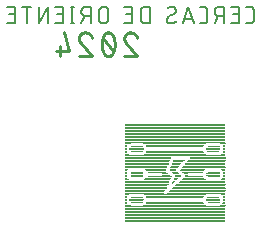
<source format=gbr>
G04 EAGLE Gerber RS-274X export*
G75*
%MOMM*%
%FSLAX34Y34*%
%LPD*%
%INSilkscreen Bottom*%
%IPPOS*%
%AMOC8*
5,1,8,0,0,1.08239X$1,22.5*%
G01*
%ADD10C,0.203200*%
%ADD11C,0.279400*%
%ADD12R,8.468362X0.084838*%
%ADD13R,8.468362X0.084581*%
%ADD14R,0.424181X0.084581*%
%ADD15R,5.334000X0.084581*%
%ADD16R,0.254000X0.084838*%
%ADD17R,5.080000X0.084838*%
%ADD18R,0.170181X0.084581*%
%ADD19R,4.912363X0.084581*%
%ADD20R,0.254000X0.084581*%
%ADD21R,0.932181X0.084581*%
%ADD22R,4.826000X0.084581*%
%ADD23R,0.086363X0.084838*%
%ADD24R,1.099819X0.084838*%
%ADD25R,0.170181X0.084838*%
%ADD26R,0.086363X0.084581*%
%ADD27R,1.183638X0.084581*%
%ADD28R,1.186181X0.084581*%
%ADD29R,1.270000X0.084581*%
%ADD30R,1.186181X0.084838*%
%ADD31R,1.099819X0.084581*%
%ADD32R,1.016000X0.084581*%
%ADD33R,4.996181X0.084838*%
%ADD34R,0.340363X0.084581*%
%ADD35R,5.247638X0.084581*%
%ADD36R,3.302000X0.084581*%
%ADD37R,3.302000X0.084838*%
%ADD38R,4.826000X0.084838*%
%ADD39R,4.742181X0.084581*%
%ADD40R,3.388362X0.084581*%
%ADD41R,4.658362X0.084581*%
%ADD42R,3.388362X0.084838*%
%ADD43R,4.572000X0.084838*%
%ADD44R,3.472181X0.084581*%
%ADD45R,4.488181X0.084581*%
%ADD46R,4.404363X0.084581*%
%ADD47R,3.556000X0.084838*%
%ADD48R,4.318000X0.084838*%
%ADD49R,3.556000X0.084581*%
%ADD50R,4.234181X0.084581*%
%ADD51R,3.642363X0.084581*%
%ADD52R,4.150362X0.084581*%
%ADD53R,3.642363X0.084838*%
%ADD54R,0.083819X0.084838*%
%ADD55R,4.064000X0.084838*%
%ADD56R,3.726181X0.084581*%
%ADD57R,3.896363X0.084581*%
%ADD58R,3.810000X0.084581*%
%ADD59R,0.424181X0.084838*%
%ADD60R,2.369819X0.084838*%
%ADD61R,2.202181X0.084838*%
%ADD62R,0.508000X0.084838*%
%ADD63R,2.199638X0.084581*%
%ADD64R,1.948181X0.084581*%
%ADD65R,2.202181X0.084581*%
%ADD66R,0.337819X0.084581*%
%ADD67R,1.778000X0.084581*%
%ADD68R,2.118362X0.084838*%
%ADD69R,0.337819X0.084838*%
%ADD70R,1.694181X0.084838*%
%ADD71R,2.115819X0.084581*%
%ADD72R,1.524000X0.084581*%
%ADD73R,0.675638X0.084581*%
%ADD74R,1.270000X0.084838*%
%ADD75R,0.591819X0.084838*%
%ADD76R,0.508000X0.084581*%
%ADD77R,0.421637X0.084581*%
%ADD78R,1.607819X0.084581*%
%ADD79R,0.848363X0.084838*%
%ADD80R,1.610363X0.084838*%
%ADD81R,2.032000X0.084838*%
%ADD82R,0.845819X0.084838*%
%ADD83R,1.610363X0.084581*%
%ADD84R,0.591819X0.084581*%
%ADD85R,2.032000X0.084581*%
%ADD86R,1.948181X0.084838*%
%ADD87R,0.594363X0.084838*%
%ADD88R,0.678181X0.084581*%
%ADD89R,0.675638X0.084838*%
%ADD90R,3.472181X0.084838*%
%ADD91R,0.762000X0.084581*%
%ADD92R,3.726181X0.084838*%
%ADD93R,0.848363X0.084581*%
%ADD94R,3.218181X0.084581*%
%ADD95R,3.134362X0.084581*%
%ADD96R,3.810000X0.084838*%
%ADD97R,3.048000X0.084838*%
%ADD98R,2.964181X0.084581*%
%ADD99R,3.980181X0.084838*%
%ADD100R,2.964181X0.084838*%


D10*
X610881Y915747D02*
X614042Y915747D01*
X614152Y915749D01*
X614263Y915755D01*
X614372Y915764D01*
X614482Y915778D01*
X614591Y915795D01*
X614699Y915816D01*
X614807Y915841D01*
X614913Y915869D01*
X615019Y915902D01*
X615123Y915938D01*
X615226Y915977D01*
X615328Y916020D01*
X615428Y916067D01*
X615526Y916117D01*
X615623Y916170D01*
X615717Y916227D01*
X615810Y916287D01*
X615900Y916351D01*
X615988Y916417D01*
X616074Y916487D01*
X616157Y916559D01*
X616238Y916634D01*
X616316Y916712D01*
X616391Y916793D01*
X616463Y916876D01*
X616533Y916962D01*
X616599Y917050D01*
X616663Y917140D01*
X616723Y917233D01*
X616780Y917328D01*
X616833Y917424D01*
X616883Y917522D01*
X616930Y917622D01*
X616973Y917724D01*
X617012Y917827D01*
X617048Y917931D01*
X617081Y918037D01*
X617109Y918143D01*
X617134Y918251D01*
X617155Y918359D01*
X617172Y918468D01*
X617186Y918578D01*
X617195Y918687D01*
X617201Y918798D01*
X617203Y918908D01*
X617203Y926810D01*
X617201Y926920D01*
X617195Y927031D01*
X617186Y927140D01*
X617172Y927250D01*
X617155Y927359D01*
X617134Y927467D01*
X617109Y927575D01*
X617081Y927681D01*
X617048Y927787D01*
X617012Y927891D01*
X616973Y927994D01*
X616930Y928096D01*
X616883Y928196D01*
X616833Y928294D01*
X616780Y928391D01*
X616723Y928485D01*
X616663Y928578D01*
X616599Y928668D01*
X616533Y928756D01*
X616463Y928842D01*
X616391Y928925D01*
X616316Y929006D01*
X616238Y929084D01*
X616157Y929159D01*
X616074Y929231D01*
X615988Y929301D01*
X615900Y929367D01*
X615810Y929431D01*
X615717Y929491D01*
X615623Y929548D01*
X615526Y929601D01*
X615428Y929651D01*
X615328Y929698D01*
X615226Y929741D01*
X615123Y929780D01*
X615019Y929816D01*
X614913Y929849D01*
X614807Y929877D01*
X614699Y929902D01*
X614591Y929923D01*
X614482Y929940D01*
X614372Y929954D01*
X614263Y929963D01*
X614152Y929969D01*
X614042Y929971D01*
X610881Y929971D01*
X604569Y915747D02*
X598248Y915747D01*
X604569Y915747D02*
X604569Y929971D01*
X598248Y929971D01*
X599828Y923649D02*
X604569Y923649D01*
X591944Y929971D02*
X591944Y915747D01*
X591944Y929971D02*
X587993Y929971D01*
X587869Y929969D01*
X587745Y929963D01*
X587621Y929953D01*
X587498Y929940D01*
X587375Y929922D01*
X587253Y929901D01*
X587131Y929876D01*
X587010Y929847D01*
X586891Y929814D01*
X586772Y929778D01*
X586655Y929737D01*
X586539Y929694D01*
X586424Y929646D01*
X586311Y929595D01*
X586199Y929540D01*
X586090Y929482D01*
X585982Y929421D01*
X585876Y929356D01*
X585772Y929288D01*
X585671Y929216D01*
X585571Y929142D01*
X585475Y929064D01*
X585380Y928984D01*
X585288Y928900D01*
X585199Y928814D01*
X585113Y928725D01*
X585029Y928633D01*
X584949Y928538D01*
X584871Y928442D01*
X584797Y928342D01*
X584725Y928241D01*
X584657Y928137D01*
X584592Y928031D01*
X584531Y927923D01*
X584473Y927814D01*
X584418Y927702D01*
X584367Y927589D01*
X584319Y927474D01*
X584276Y927358D01*
X584235Y927241D01*
X584199Y927122D01*
X584166Y927003D01*
X584137Y926882D01*
X584112Y926760D01*
X584091Y926638D01*
X584073Y926515D01*
X584060Y926392D01*
X584050Y926268D01*
X584044Y926144D01*
X584042Y926020D01*
X584044Y925896D01*
X584050Y925772D01*
X584060Y925648D01*
X584073Y925525D01*
X584091Y925402D01*
X584112Y925280D01*
X584137Y925158D01*
X584166Y925037D01*
X584199Y924918D01*
X584235Y924799D01*
X584276Y924682D01*
X584319Y924566D01*
X584367Y924451D01*
X584418Y924338D01*
X584473Y924226D01*
X584531Y924117D01*
X584592Y924009D01*
X584657Y923903D01*
X584725Y923799D01*
X584797Y923698D01*
X584871Y923598D01*
X584949Y923502D01*
X585029Y923407D01*
X585113Y923315D01*
X585199Y923226D01*
X585288Y923140D01*
X585380Y923056D01*
X585475Y922976D01*
X585571Y922898D01*
X585671Y922824D01*
X585772Y922752D01*
X585876Y922684D01*
X585982Y922619D01*
X586090Y922558D01*
X586199Y922500D01*
X586311Y922445D01*
X586424Y922394D01*
X586539Y922346D01*
X586655Y922303D01*
X586772Y922262D01*
X586891Y922226D01*
X587010Y922193D01*
X587131Y922164D01*
X587253Y922139D01*
X587375Y922118D01*
X587498Y922100D01*
X587621Y922087D01*
X587745Y922077D01*
X587869Y922071D01*
X587993Y922069D01*
X591944Y922069D01*
X587203Y922069D02*
X584042Y915747D01*
X574471Y915747D02*
X571310Y915747D01*
X574471Y915747D02*
X574581Y915749D01*
X574692Y915755D01*
X574801Y915764D01*
X574911Y915778D01*
X575020Y915795D01*
X575128Y915816D01*
X575236Y915841D01*
X575342Y915869D01*
X575448Y915902D01*
X575552Y915938D01*
X575655Y915977D01*
X575757Y916020D01*
X575857Y916067D01*
X575955Y916117D01*
X576052Y916170D01*
X576146Y916227D01*
X576239Y916287D01*
X576329Y916351D01*
X576417Y916417D01*
X576503Y916487D01*
X576586Y916559D01*
X576667Y916634D01*
X576745Y916712D01*
X576820Y916793D01*
X576892Y916876D01*
X576962Y916962D01*
X577028Y917050D01*
X577092Y917140D01*
X577152Y917233D01*
X577209Y917328D01*
X577262Y917424D01*
X577312Y917522D01*
X577359Y917622D01*
X577402Y917724D01*
X577441Y917827D01*
X577477Y917931D01*
X577510Y918037D01*
X577538Y918143D01*
X577563Y918251D01*
X577584Y918359D01*
X577601Y918468D01*
X577615Y918578D01*
X577624Y918687D01*
X577630Y918798D01*
X577632Y918908D01*
X577632Y926810D01*
X577630Y926920D01*
X577624Y927031D01*
X577615Y927140D01*
X577601Y927250D01*
X577584Y927359D01*
X577563Y927467D01*
X577538Y927575D01*
X577510Y927681D01*
X577477Y927787D01*
X577441Y927891D01*
X577402Y927994D01*
X577359Y928096D01*
X577312Y928196D01*
X577262Y928294D01*
X577209Y928391D01*
X577152Y928485D01*
X577092Y928578D01*
X577028Y928668D01*
X576962Y928756D01*
X576892Y928842D01*
X576820Y928925D01*
X576745Y929006D01*
X576667Y929084D01*
X576586Y929159D01*
X576503Y929231D01*
X576417Y929301D01*
X576329Y929367D01*
X576239Y929431D01*
X576146Y929491D01*
X576052Y929548D01*
X575955Y929601D01*
X575857Y929651D01*
X575757Y929698D01*
X575655Y929741D01*
X575552Y929780D01*
X575448Y929816D01*
X575342Y929849D01*
X575236Y929877D01*
X575128Y929902D01*
X575020Y929923D01*
X574911Y929940D01*
X574801Y929954D01*
X574692Y929963D01*
X574581Y929969D01*
X574471Y929971D01*
X571310Y929971D01*
X561566Y929971D02*
X566307Y915747D01*
X556825Y915747D02*
X561566Y929971D01*
X558010Y919303D02*
X565122Y919303D01*
X546781Y915747D02*
X546671Y915749D01*
X546561Y915755D01*
X546451Y915764D01*
X546341Y915778D01*
X546232Y915795D01*
X546124Y915816D01*
X546016Y915841D01*
X545910Y915869D01*
X545804Y915902D01*
X545700Y915938D01*
X545597Y915977D01*
X545495Y916020D01*
X545395Y916067D01*
X545297Y916117D01*
X545201Y916170D01*
X545106Y916227D01*
X545013Y916287D01*
X544923Y916351D01*
X544835Y916417D01*
X544749Y916487D01*
X544666Y916559D01*
X544585Y916634D01*
X544507Y916712D01*
X544432Y916793D01*
X544360Y916876D01*
X544290Y916962D01*
X544224Y917050D01*
X544160Y917140D01*
X544100Y917233D01*
X544043Y917327D01*
X543990Y917424D01*
X543940Y917522D01*
X543893Y917622D01*
X543850Y917724D01*
X543811Y917827D01*
X543775Y917931D01*
X543742Y918037D01*
X543714Y918143D01*
X543689Y918251D01*
X543668Y918359D01*
X543651Y918468D01*
X543637Y918578D01*
X543628Y918687D01*
X543622Y918798D01*
X543620Y918908D01*
X546781Y915746D02*
X546941Y915748D01*
X547100Y915754D01*
X547260Y915763D01*
X547419Y915777D01*
X547578Y915794D01*
X547736Y915815D01*
X547894Y915839D01*
X548051Y915868D01*
X548208Y915900D01*
X548364Y915936D01*
X548518Y915976D01*
X548672Y916019D01*
X548825Y916066D01*
X548976Y916117D01*
X549127Y916171D01*
X549276Y916229D01*
X549423Y916291D01*
X549569Y916356D01*
X549713Y916424D01*
X549856Y916496D01*
X549997Y916571D01*
X550136Y916650D01*
X550273Y916732D01*
X550408Y916817D01*
X550542Y916905D01*
X550672Y916997D01*
X550801Y917092D01*
X550928Y917189D01*
X551052Y917290D01*
X551173Y917394D01*
X551292Y917500D01*
X551409Y917610D01*
X551523Y917722D01*
X551127Y926810D02*
X551125Y926920D01*
X551119Y927031D01*
X551110Y927140D01*
X551096Y927250D01*
X551079Y927359D01*
X551058Y927467D01*
X551033Y927575D01*
X551005Y927681D01*
X550972Y927787D01*
X550936Y927891D01*
X550897Y927994D01*
X550854Y928096D01*
X550807Y928196D01*
X550757Y928294D01*
X550704Y928391D01*
X550647Y928485D01*
X550587Y928578D01*
X550523Y928668D01*
X550457Y928756D01*
X550387Y928842D01*
X550315Y928925D01*
X550240Y929006D01*
X550162Y929084D01*
X550081Y929159D01*
X549998Y929231D01*
X549912Y929301D01*
X549824Y929367D01*
X549734Y929431D01*
X549641Y929491D01*
X549547Y929548D01*
X549450Y929601D01*
X549352Y929651D01*
X549252Y929698D01*
X549150Y929741D01*
X549047Y929780D01*
X548943Y929816D01*
X548837Y929849D01*
X548731Y929877D01*
X548623Y929902D01*
X548515Y929923D01*
X548406Y929940D01*
X548296Y929954D01*
X548187Y929963D01*
X548076Y929969D01*
X547966Y929971D01*
X547813Y929969D01*
X547661Y929963D01*
X547509Y929953D01*
X547357Y929940D01*
X547205Y929922D01*
X547054Y929900D01*
X546904Y929875D01*
X546754Y929846D01*
X546605Y929813D01*
X546457Y929776D01*
X546310Y929735D01*
X546164Y929690D01*
X546020Y929642D01*
X545876Y929590D01*
X545734Y929535D01*
X545593Y929475D01*
X545454Y929413D01*
X545317Y929346D01*
X545182Y929276D01*
X545048Y929203D01*
X544916Y929126D01*
X544786Y929046D01*
X544658Y928962D01*
X544533Y928876D01*
X544410Y928786D01*
X549547Y924044D02*
X549641Y924103D01*
X549734Y924164D01*
X549825Y924228D01*
X549913Y924296D01*
X549999Y924366D01*
X550082Y924440D01*
X550163Y924516D01*
X550241Y924595D01*
X550316Y924677D01*
X550388Y924761D01*
X550458Y924848D01*
X550524Y924937D01*
X550587Y925028D01*
X550647Y925122D01*
X550704Y925217D01*
X550758Y925315D01*
X550808Y925414D01*
X550854Y925515D01*
X550897Y925617D01*
X550937Y925721D01*
X550973Y925826D01*
X551005Y925933D01*
X551033Y926040D01*
X551058Y926148D01*
X551079Y926257D01*
X551096Y926367D01*
X551110Y926477D01*
X551119Y926588D01*
X551125Y926699D01*
X551127Y926810D01*
X545200Y921674D02*
X545106Y921616D01*
X545013Y921554D01*
X544923Y921490D01*
X544834Y921422D01*
X544749Y921352D01*
X544665Y921278D01*
X544584Y921202D01*
X544506Y921123D01*
X544431Y921041D01*
X544359Y920957D01*
X544289Y920870D01*
X544223Y920781D01*
X544160Y920690D01*
X544100Y920596D01*
X544043Y920501D01*
X543990Y920403D01*
X543939Y920304D01*
X543893Y920203D01*
X543850Y920101D01*
X543810Y919997D01*
X543774Y919892D01*
X543742Y919785D01*
X543714Y919678D01*
X543689Y919570D01*
X543668Y919461D01*
X543651Y919351D01*
X543637Y919241D01*
X543628Y919130D01*
X543622Y919019D01*
X543620Y918908D01*
X545201Y921673D02*
X549547Y924044D01*
X529324Y929971D02*
X529324Y915747D01*
X529324Y929971D02*
X525373Y929971D01*
X525249Y929969D01*
X525125Y929963D01*
X525001Y929953D01*
X524878Y929940D01*
X524755Y929922D01*
X524633Y929901D01*
X524511Y929876D01*
X524390Y929847D01*
X524271Y929814D01*
X524152Y929778D01*
X524035Y929737D01*
X523919Y929694D01*
X523804Y929646D01*
X523691Y929595D01*
X523579Y929540D01*
X523470Y929482D01*
X523362Y929421D01*
X523256Y929356D01*
X523152Y929288D01*
X523051Y929216D01*
X522951Y929142D01*
X522855Y929064D01*
X522760Y928984D01*
X522668Y928900D01*
X522579Y928814D01*
X522493Y928725D01*
X522409Y928633D01*
X522329Y928538D01*
X522251Y928442D01*
X522177Y928342D01*
X522105Y928241D01*
X522037Y928137D01*
X521972Y928031D01*
X521911Y927923D01*
X521853Y927814D01*
X521798Y927702D01*
X521747Y927589D01*
X521699Y927474D01*
X521656Y927358D01*
X521615Y927241D01*
X521579Y927122D01*
X521546Y927003D01*
X521517Y926882D01*
X521492Y926760D01*
X521471Y926638D01*
X521453Y926515D01*
X521440Y926392D01*
X521430Y926268D01*
X521424Y926144D01*
X521422Y926020D01*
X521422Y919698D01*
X521424Y919574D01*
X521430Y919450D01*
X521440Y919326D01*
X521453Y919203D01*
X521471Y919080D01*
X521492Y918958D01*
X521517Y918836D01*
X521546Y918715D01*
X521579Y918596D01*
X521615Y918477D01*
X521656Y918360D01*
X521699Y918244D01*
X521747Y918129D01*
X521798Y918016D01*
X521853Y917904D01*
X521911Y917795D01*
X521972Y917687D01*
X522037Y917581D01*
X522105Y917477D01*
X522177Y917376D01*
X522251Y917276D01*
X522329Y917180D01*
X522409Y917085D01*
X522493Y916993D01*
X522579Y916904D01*
X522668Y916818D01*
X522760Y916734D01*
X522855Y916654D01*
X522951Y916576D01*
X523051Y916502D01*
X523152Y916430D01*
X523256Y916362D01*
X523362Y916297D01*
X523470Y916236D01*
X523579Y916178D01*
X523691Y916123D01*
X523804Y916072D01*
X523919Y916024D01*
X524035Y915981D01*
X524152Y915940D01*
X524271Y915904D01*
X524390Y915871D01*
X524511Y915842D01*
X524633Y915817D01*
X524755Y915796D01*
X524878Y915778D01*
X525001Y915765D01*
X525125Y915755D01*
X525249Y915749D01*
X525373Y915747D01*
X529324Y915747D01*
X513846Y915747D02*
X507524Y915747D01*
X513846Y915747D02*
X513846Y929971D01*
X507524Y929971D01*
X509104Y923649D02*
X513846Y923649D01*
X494096Y926020D02*
X494096Y919698D01*
X494096Y926020D02*
X494094Y926144D01*
X494088Y926268D01*
X494078Y926392D01*
X494065Y926515D01*
X494047Y926638D01*
X494026Y926760D01*
X494001Y926882D01*
X493972Y927003D01*
X493939Y927122D01*
X493903Y927241D01*
X493862Y927358D01*
X493819Y927474D01*
X493771Y927589D01*
X493720Y927702D01*
X493665Y927814D01*
X493607Y927923D01*
X493546Y928031D01*
X493481Y928137D01*
X493413Y928241D01*
X493341Y928342D01*
X493267Y928442D01*
X493189Y928538D01*
X493109Y928633D01*
X493025Y928725D01*
X492939Y928814D01*
X492850Y928900D01*
X492758Y928984D01*
X492663Y929064D01*
X492567Y929142D01*
X492467Y929216D01*
X492366Y929288D01*
X492262Y929356D01*
X492156Y929421D01*
X492048Y929482D01*
X491939Y929540D01*
X491827Y929595D01*
X491714Y929646D01*
X491599Y929694D01*
X491483Y929737D01*
X491366Y929778D01*
X491247Y929814D01*
X491128Y929847D01*
X491007Y929876D01*
X490885Y929901D01*
X490763Y929922D01*
X490640Y929940D01*
X490517Y929953D01*
X490393Y929963D01*
X490269Y929969D01*
X490145Y929971D01*
X490021Y929969D01*
X489897Y929963D01*
X489773Y929953D01*
X489650Y929940D01*
X489527Y929922D01*
X489405Y929901D01*
X489283Y929876D01*
X489162Y929847D01*
X489043Y929814D01*
X488924Y929778D01*
X488807Y929737D01*
X488691Y929694D01*
X488576Y929646D01*
X488463Y929595D01*
X488351Y929540D01*
X488242Y929482D01*
X488134Y929421D01*
X488028Y929356D01*
X487924Y929288D01*
X487823Y929216D01*
X487723Y929142D01*
X487627Y929064D01*
X487532Y928984D01*
X487440Y928900D01*
X487351Y928814D01*
X487265Y928725D01*
X487181Y928633D01*
X487101Y928538D01*
X487023Y928442D01*
X486949Y928342D01*
X486877Y928241D01*
X486809Y928137D01*
X486744Y928031D01*
X486683Y927923D01*
X486625Y927814D01*
X486570Y927702D01*
X486519Y927589D01*
X486471Y927474D01*
X486428Y927358D01*
X486387Y927241D01*
X486351Y927122D01*
X486318Y927003D01*
X486289Y926882D01*
X486264Y926760D01*
X486243Y926638D01*
X486225Y926515D01*
X486212Y926392D01*
X486202Y926268D01*
X486196Y926144D01*
X486194Y926020D01*
X486194Y919698D01*
X486196Y919574D01*
X486202Y919450D01*
X486212Y919326D01*
X486225Y919203D01*
X486243Y919080D01*
X486264Y918958D01*
X486289Y918836D01*
X486318Y918715D01*
X486351Y918596D01*
X486387Y918477D01*
X486428Y918360D01*
X486471Y918244D01*
X486519Y918129D01*
X486570Y918016D01*
X486625Y917904D01*
X486683Y917795D01*
X486744Y917687D01*
X486809Y917581D01*
X486877Y917477D01*
X486949Y917376D01*
X487023Y917276D01*
X487101Y917180D01*
X487181Y917085D01*
X487265Y916993D01*
X487351Y916904D01*
X487440Y916818D01*
X487532Y916734D01*
X487627Y916654D01*
X487723Y916576D01*
X487823Y916502D01*
X487924Y916430D01*
X488028Y916362D01*
X488134Y916297D01*
X488242Y916236D01*
X488351Y916178D01*
X488463Y916123D01*
X488576Y916072D01*
X488691Y916024D01*
X488807Y915981D01*
X488924Y915940D01*
X489043Y915904D01*
X489162Y915871D01*
X489283Y915842D01*
X489405Y915817D01*
X489527Y915796D01*
X489650Y915778D01*
X489773Y915765D01*
X489897Y915755D01*
X490021Y915749D01*
X490145Y915747D01*
X490269Y915749D01*
X490393Y915755D01*
X490517Y915765D01*
X490640Y915778D01*
X490763Y915796D01*
X490885Y915817D01*
X491007Y915842D01*
X491128Y915871D01*
X491247Y915904D01*
X491366Y915940D01*
X491483Y915981D01*
X491599Y916024D01*
X491714Y916072D01*
X491827Y916123D01*
X491939Y916178D01*
X492048Y916236D01*
X492156Y916297D01*
X492262Y916362D01*
X492366Y916430D01*
X492467Y916502D01*
X492567Y916576D01*
X492663Y916654D01*
X492758Y916734D01*
X492850Y916818D01*
X492939Y916904D01*
X493025Y916993D01*
X493109Y917085D01*
X493189Y917180D01*
X493267Y917276D01*
X493341Y917376D01*
X493413Y917477D01*
X493481Y917581D01*
X493546Y917687D01*
X493607Y917795D01*
X493665Y917904D01*
X493720Y918016D01*
X493771Y918129D01*
X493819Y918244D01*
X493862Y918360D01*
X493903Y918477D01*
X493939Y918596D01*
X493972Y918715D01*
X494001Y918836D01*
X494026Y918958D01*
X494047Y919080D01*
X494065Y919203D01*
X494078Y919326D01*
X494088Y919450D01*
X494094Y919574D01*
X494096Y919698D01*
X479022Y915747D02*
X479022Y929971D01*
X475071Y929971D01*
X474947Y929969D01*
X474823Y929963D01*
X474699Y929953D01*
X474576Y929940D01*
X474453Y929922D01*
X474331Y929901D01*
X474209Y929876D01*
X474088Y929847D01*
X473969Y929814D01*
X473850Y929778D01*
X473733Y929737D01*
X473617Y929694D01*
X473502Y929646D01*
X473389Y929595D01*
X473277Y929540D01*
X473168Y929482D01*
X473060Y929421D01*
X472954Y929356D01*
X472850Y929288D01*
X472749Y929216D01*
X472649Y929142D01*
X472553Y929064D01*
X472458Y928984D01*
X472366Y928900D01*
X472277Y928814D01*
X472191Y928725D01*
X472107Y928633D01*
X472027Y928538D01*
X471949Y928442D01*
X471875Y928342D01*
X471803Y928241D01*
X471735Y928137D01*
X471670Y928031D01*
X471609Y927923D01*
X471551Y927814D01*
X471496Y927702D01*
X471445Y927589D01*
X471397Y927474D01*
X471354Y927358D01*
X471313Y927241D01*
X471277Y927122D01*
X471244Y927003D01*
X471215Y926882D01*
X471190Y926760D01*
X471169Y926638D01*
X471151Y926515D01*
X471138Y926392D01*
X471128Y926268D01*
X471122Y926144D01*
X471120Y926020D01*
X471122Y925896D01*
X471128Y925772D01*
X471138Y925648D01*
X471151Y925525D01*
X471169Y925402D01*
X471190Y925280D01*
X471215Y925158D01*
X471244Y925037D01*
X471277Y924918D01*
X471313Y924799D01*
X471354Y924682D01*
X471397Y924566D01*
X471445Y924451D01*
X471496Y924338D01*
X471551Y924226D01*
X471609Y924117D01*
X471670Y924009D01*
X471735Y923903D01*
X471803Y923799D01*
X471875Y923698D01*
X471949Y923598D01*
X472027Y923502D01*
X472107Y923407D01*
X472191Y923315D01*
X472277Y923226D01*
X472366Y923140D01*
X472458Y923056D01*
X472553Y922976D01*
X472649Y922898D01*
X472749Y922824D01*
X472850Y922752D01*
X472954Y922684D01*
X473060Y922619D01*
X473168Y922558D01*
X473277Y922500D01*
X473389Y922445D01*
X473502Y922394D01*
X473617Y922346D01*
X473733Y922303D01*
X473850Y922262D01*
X473969Y922226D01*
X474088Y922193D01*
X474209Y922164D01*
X474331Y922139D01*
X474453Y922118D01*
X474576Y922100D01*
X474699Y922087D01*
X474823Y922077D01*
X474947Y922071D01*
X475071Y922069D01*
X479022Y922069D01*
X474280Y922069D02*
X471119Y915747D01*
X463603Y915747D02*
X463603Y929971D01*
X465184Y915747D02*
X462023Y915747D01*
X462023Y929971D02*
X465184Y929971D01*
X455454Y915747D02*
X449132Y915747D01*
X455454Y915747D02*
X455454Y929971D01*
X449132Y929971D01*
X450713Y923649D02*
X455454Y923649D01*
X442943Y929971D02*
X442943Y915747D01*
X435041Y915747D02*
X442943Y929971D01*
X435041Y929971D02*
X435041Y915747D01*
X424998Y915747D02*
X424998Y929971D01*
X428949Y929971D02*
X421046Y929971D01*
X414918Y915747D02*
X408596Y915747D01*
X414918Y915747D02*
X414918Y929971D01*
X408596Y929971D01*
X410177Y923649D02*
X414918Y923649D01*
D11*
X507535Y903037D02*
X507537Y903178D01*
X507543Y903318D01*
X507553Y903459D01*
X507567Y903599D01*
X507584Y903738D01*
X507606Y903877D01*
X507631Y904016D01*
X507661Y904153D01*
X507694Y904290D01*
X507731Y904426D01*
X507772Y904561D01*
X507817Y904694D01*
X507865Y904826D01*
X507917Y904957D01*
X507973Y905086D01*
X508032Y905214D01*
X508095Y905340D01*
X508161Y905464D01*
X508231Y905586D01*
X508304Y905706D01*
X508381Y905824D01*
X508460Y905940D01*
X508543Y906054D01*
X508630Y906165D01*
X508719Y906274D01*
X508811Y906380D01*
X508906Y906484D01*
X509004Y906585D01*
X509105Y906683D01*
X509209Y906778D01*
X509315Y906870D01*
X509424Y906959D01*
X509535Y907046D01*
X509649Y907129D01*
X509765Y907208D01*
X509883Y907285D01*
X510003Y907358D01*
X510125Y907428D01*
X510249Y907494D01*
X510375Y907557D01*
X510503Y907616D01*
X510632Y907672D01*
X510763Y907724D01*
X510895Y907772D01*
X511028Y907817D01*
X511163Y907858D01*
X511299Y907895D01*
X511436Y907928D01*
X511573Y907958D01*
X511712Y907983D01*
X511851Y908005D01*
X511990Y908022D01*
X512130Y908036D01*
X512271Y908046D01*
X512411Y908052D01*
X512552Y908054D01*
X512711Y908052D01*
X512870Y908046D01*
X513028Y908036D01*
X513187Y908023D01*
X513345Y908005D01*
X513502Y907984D01*
X513659Y907958D01*
X513815Y907929D01*
X513971Y907896D01*
X514125Y907859D01*
X514279Y907818D01*
X514431Y907774D01*
X514583Y907726D01*
X514733Y907674D01*
X514882Y907618D01*
X515029Y907559D01*
X515175Y907496D01*
X515320Y907429D01*
X515462Y907359D01*
X515603Y907286D01*
X515742Y907209D01*
X515879Y907129D01*
X516014Y907045D01*
X516147Y906958D01*
X516278Y906868D01*
X516407Y906774D01*
X516533Y906678D01*
X516657Y906578D01*
X516778Y906475D01*
X516897Y906369D01*
X517013Y906261D01*
X517126Y906149D01*
X517237Y906035D01*
X517344Y905918D01*
X517449Y905799D01*
X517551Y905677D01*
X517650Y905552D01*
X517745Y905426D01*
X517838Y905296D01*
X517927Y905165D01*
X518013Y905031D01*
X518096Y904896D01*
X518175Y904758D01*
X518251Y904618D01*
X518324Y904477D01*
X518393Y904334D01*
X518458Y904189D01*
X518520Y904042D01*
X518578Y903895D01*
X518633Y903745D01*
X518683Y903595D01*
X509207Y899135D02*
X509103Y899237D01*
X509002Y899342D01*
X508904Y899449D01*
X508808Y899559D01*
X508716Y899671D01*
X508627Y899786D01*
X508540Y899903D01*
X508457Y900022D01*
X508378Y900144D01*
X508301Y900268D01*
X508228Y900393D01*
X508159Y900521D01*
X508092Y900650D01*
X508030Y900782D01*
X507971Y900915D01*
X507915Y901049D01*
X507863Y901185D01*
X507815Y901322D01*
X507771Y901461D01*
X507730Y901600D01*
X507693Y901741D01*
X507660Y901883D01*
X507631Y902025D01*
X507606Y902168D01*
X507584Y902312D01*
X507566Y902456D01*
X507553Y902601D01*
X507543Y902746D01*
X507537Y902892D01*
X507535Y903037D01*
X509207Y899135D02*
X518683Y887987D01*
X507535Y887987D01*
X499457Y898020D02*
X499452Y898415D01*
X499438Y898809D01*
X499415Y899203D01*
X499382Y899597D01*
X499339Y899989D01*
X499288Y900381D01*
X499227Y900771D01*
X499156Y901159D01*
X499077Y901546D01*
X498988Y901930D01*
X498890Y902313D01*
X498783Y902693D01*
X498667Y903070D01*
X498542Y903444D01*
X498408Y903816D01*
X498265Y904184D01*
X498114Y904548D01*
X497954Y904909D01*
X497785Y905266D01*
X497785Y905267D02*
X497742Y905387D01*
X497695Y905506D01*
X497644Y905624D01*
X497590Y905739D01*
X497532Y905853D01*
X497470Y905966D01*
X497405Y906076D01*
X497337Y906184D01*
X497265Y906290D01*
X497191Y906394D01*
X497113Y906495D01*
X497031Y906594D01*
X496947Y906690D01*
X496860Y906784D01*
X496770Y906875D01*
X496678Y906963D01*
X496582Y907048D01*
X496484Y907131D01*
X496384Y907210D01*
X496281Y907286D01*
X496175Y907358D01*
X496068Y907428D01*
X495958Y907494D01*
X495847Y907557D01*
X495733Y907616D01*
X495618Y907671D01*
X495501Y907723D01*
X495383Y907772D01*
X495263Y907816D01*
X495142Y907857D01*
X495019Y907894D01*
X494896Y907928D01*
X494771Y907957D01*
X494646Y907983D01*
X494520Y908005D01*
X494393Y908022D01*
X494266Y908036D01*
X494139Y908046D01*
X494011Y908052D01*
X493883Y908054D01*
X493755Y908052D01*
X493627Y908046D01*
X493500Y908036D01*
X493373Y908022D01*
X493246Y908005D01*
X493120Y907983D01*
X492995Y907957D01*
X492870Y907928D01*
X492747Y907894D01*
X492624Y907857D01*
X492503Y907816D01*
X492383Y907772D01*
X492265Y907723D01*
X492148Y907671D01*
X492033Y907616D01*
X491919Y907557D01*
X491808Y907494D01*
X491698Y907428D01*
X491591Y907358D01*
X491485Y907286D01*
X491382Y907210D01*
X491282Y907131D01*
X491184Y907048D01*
X491088Y906963D01*
X490996Y906875D01*
X490906Y906784D01*
X490819Y906690D01*
X490735Y906594D01*
X490653Y906495D01*
X490575Y906394D01*
X490501Y906290D01*
X490429Y906184D01*
X490361Y906076D01*
X490296Y905966D01*
X490234Y905853D01*
X490176Y905739D01*
X490122Y905624D01*
X490071Y905506D01*
X490024Y905387D01*
X489981Y905267D01*
X489981Y905266D02*
X489812Y904909D01*
X489652Y904548D01*
X489501Y904184D01*
X489358Y903816D01*
X489224Y903445D01*
X489099Y903070D01*
X488983Y902693D01*
X488876Y902313D01*
X488778Y901930D01*
X488689Y901546D01*
X488610Y901159D01*
X488539Y900771D01*
X488478Y900381D01*
X488427Y899989D01*
X488384Y899597D01*
X488351Y899203D01*
X488328Y898809D01*
X488314Y898415D01*
X488309Y898020D01*
X499457Y898020D02*
X499452Y897625D01*
X499438Y897231D01*
X499415Y896837D01*
X499382Y896443D01*
X499339Y896051D01*
X499288Y895659D01*
X499227Y895269D01*
X499156Y894881D01*
X499077Y894494D01*
X498988Y894110D01*
X498890Y893727D01*
X498783Y893347D01*
X498667Y892970D01*
X498542Y892596D01*
X498408Y892224D01*
X498265Y891856D01*
X498114Y891492D01*
X497954Y891131D01*
X497785Y890774D01*
X497742Y890654D01*
X497695Y890535D01*
X497644Y890417D01*
X497590Y890302D01*
X497532Y890188D01*
X497470Y890075D01*
X497405Y889965D01*
X497337Y889857D01*
X497265Y889751D01*
X497191Y889647D01*
X497113Y889546D01*
X497031Y889447D01*
X496947Y889351D01*
X496860Y889257D01*
X496770Y889166D01*
X496678Y889078D01*
X496582Y888993D01*
X496484Y888910D01*
X496384Y888831D01*
X496281Y888755D01*
X496175Y888683D01*
X496068Y888613D01*
X495958Y888547D01*
X495847Y888484D01*
X495733Y888425D01*
X495618Y888370D01*
X495501Y888318D01*
X495383Y888269D01*
X495263Y888225D01*
X495142Y888184D01*
X495019Y888147D01*
X494896Y888113D01*
X494771Y888084D01*
X494646Y888058D01*
X494520Y888036D01*
X494393Y888019D01*
X494266Y888005D01*
X494139Y887995D01*
X494011Y887989D01*
X493883Y887987D01*
X489981Y890774D02*
X489812Y891131D01*
X489652Y891492D01*
X489501Y891856D01*
X489358Y892224D01*
X489224Y892596D01*
X489099Y892970D01*
X488983Y893347D01*
X488876Y893727D01*
X488778Y894110D01*
X488689Y894494D01*
X488610Y894881D01*
X488539Y895269D01*
X488478Y895659D01*
X488427Y896051D01*
X488384Y896443D01*
X488351Y896837D01*
X488328Y897231D01*
X488314Y897625D01*
X488309Y898020D01*
X489981Y890774D02*
X490024Y890654D01*
X490071Y890535D01*
X490122Y890417D01*
X490176Y890302D01*
X490234Y890188D01*
X490296Y890075D01*
X490361Y889965D01*
X490429Y889857D01*
X490501Y889751D01*
X490575Y889647D01*
X490653Y889546D01*
X490735Y889447D01*
X490819Y889351D01*
X490906Y889257D01*
X490996Y889166D01*
X491088Y889078D01*
X491184Y888993D01*
X491282Y888910D01*
X491382Y888831D01*
X491485Y888755D01*
X491591Y888683D01*
X491698Y888613D01*
X491808Y888547D01*
X491919Y888484D01*
X492033Y888425D01*
X492148Y888370D01*
X492265Y888318D01*
X492383Y888269D01*
X492503Y888225D01*
X492624Y888184D01*
X492747Y888147D01*
X492870Y888113D01*
X492995Y888084D01*
X493120Y888058D01*
X493246Y888036D01*
X493373Y888019D01*
X493500Y888005D01*
X493627Y887995D01*
X493755Y887989D01*
X493883Y887987D01*
X498342Y892446D02*
X489424Y903594D01*
X474099Y908054D02*
X473958Y908052D01*
X473818Y908046D01*
X473677Y908036D01*
X473537Y908022D01*
X473398Y908005D01*
X473259Y907983D01*
X473120Y907958D01*
X472983Y907928D01*
X472846Y907895D01*
X472710Y907858D01*
X472575Y907817D01*
X472442Y907772D01*
X472310Y907724D01*
X472179Y907672D01*
X472050Y907616D01*
X471922Y907557D01*
X471796Y907494D01*
X471672Y907428D01*
X471550Y907358D01*
X471430Y907285D01*
X471312Y907208D01*
X471196Y907129D01*
X471082Y907046D01*
X470971Y906959D01*
X470862Y906870D01*
X470756Y906778D01*
X470652Y906683D01*
X470551Y906585D01*
X470453Y906484D01*
X470358Y906380D01*
X470266Y906274D01*
X470177Y906165D01*
X470090Y906054D01*
X470007Y905940D01*
X469928Y905824D01*
X469851Y905706D01*
X469778Y905586D01*
X469708Y905464D01*
X469642Y905340D01*
X469579Y905214D01*
X469520Y905086D01*
X469464Y904957D01*
X469412Y904826D01*
X469364Y904694D01*
X469319Y904561D01*
X469278Y904426D01*
X469241Y904290D01*
X469208Y904153D01*
X469178Y904016D01*
X469153Y903877D01*
X469131Y903738D01*
X469114Y903599D01*
X469100Y903459D01*
X469090Y903318D01*
X469084Y903178D01*
X469082Y903037D01*
X474099Y908054D02*
X474258Y908052D01*
X474417Y908046D01*
X474575Y908036D01*
X474734Y908023D01*
X474892Y908005D01*
X475049Y907984D01*
X475206Y907958D01*
X475362Y907929D01*
X475518Y907896D01*
X475672Y907859D01*
X475826Y907818D01*
X475978Y907774D01*
X476130Y907726D01*
X476280Y907674D01*
X476429Y907618D01*
X476576Y907559D01*
X476722Y907496D01*
X476867Y907429D01*
X477009Y907359D01*
X477150Y907286D01*
X477289Y907209D01*
X477426Y907129D01*
X477561Y907045D01*
X477694Y906958D01*
X477825Y906868D01*
X477954Y906774D01*
X478080Y906678D01*
X478204Y906578D01*
X478325Y906475D01*
X478444Y906369D01*
X478560Y906261D01*
X478673Y906149D01*
X478784Y906035D01*
X478891Y905918D01*
X478996Y905799D01*
X479098Y905677D01*
X479197Y905552D01*
X479292Y905426D01*
X479385Y905296D01*
X479474Y905165D01*
X479560Y905031D01*
X479643Y904896D01*
X479722Y904758D01*
X479798Y904618D01*
X479871Y904477D01*
X479940Y904334D01*
X480005Y904189D01*
X480067Y904042D01*
X480125Y903895D01*
X480180Y903745D01*
X480230Y903595D01*
X470755Y899135D02*
X470651Y899237D01*
X470550Y899342D01*
X470452Y899449D01*
X470356Y899559D01*
X470264Y899671D01*
X470175Y899786D01*
X470088Y899903D01*
X470005Y900022D01*
X469926Y900144D01*
X469849Y900268D01*
X469776Y900393D01*
X469707Y900521D01*
X469640Y900650D01*
X469578Y900782D01*
X469519Y900915D01*
X469463Y901049D01*
X469411Y901185D01*
X469363Y901322D01*
X469319Y901461D01*
X469278Y901600D01*
X469241Y901741D01*
X469208Y901883D01*
X469179Y902025D01*
X469154Y902168D01*
X469132Y902312D01*
X469114Y902456D01*
X469101Y902601D01*
X469091Y902746D01*
X469085Y902892D01*
X469083Y903037D01*
X470755Y899135D02*
X480230Y887987D01*
X469082Y887987D01*
X461004Y892446D02*
X456545Y908053D01*
X461004Y892446D02*
X449856Y892446D01*
X453200Y896905D02*
X453200Y887987D01*
D12*
X550706Y746685D03*
D13*
X550706Y747532D03*
X550706Y748378D03*
D12*
X550706Y749225D03*
D13*
X550706Y750072D03*
X550706Y750918D03*
D12*
X550706Y751765D03*
D13*
X550706Y752612D03*
X550706Y753458D03*
D12*
X550706Y754305D03*
D13*
X550706Y755152D03*
X550706Y755998D03*
D12*
X550706Y756845D03*
D13*
X550706Y757692D03*
X550706Y758538D03*
D12*
X550706Y759385D03*
D13*
X550706Y760232D03*
D14*
X510485Y761078D03*
D15*
X550274Y761078D03*
D14*
X590927Y761078D03*
D16*
X509634Y761925D03*
D17*
X550706Y761925D03*
D16*
X591778Y761925D03*
D18*
X509215Y762772D03*
D19*
X550706Y762772D03*
D20*
X591778Y762772D03*
D18*
X509215Y763618D03*
D21*
X518105Y763618D03*
D22*
X550274Y763618D03*
D21*
X583307Y763618D03*
D18*
X592197Y763618D03*
D23*
X508796Y764465D03*
D24*
X518105Y764465D03*
X583307Y764465D03*
D25*
X592197Y764465D03*
D26*
X508796Y765312D03*
D27*
X517686Y765312D03*
D28*
X582875Y765312D03*
D18*
X592197Y765312D03*
D26*
X508796Y766158D03*
D29*
X518118Y766158D03*
D28*
X582875Y766158D03*
D18*
X592197Y766158D03*
D23*
X508796Y767005D03*
D24*
X518105Y767005D03*
D30*
X582875Y767005D03*
D25*
X592197Y767005D03*
D18*
X509215Y767852D03*
D31*
X518105Y767852D03*
D22*
X550274Y767852D03*
D32*
X582888Y767852D03*
D18*
X592197Y767852D03*
X509215Y768698D03*
D19*
X550706Y768698D03*
D18*
X592197Y768698D03*
D16*
X509634Y769545D03*
D33*
X550287Y769545D03*
D16*
X591778Y769545D03*
D34*
X510066Y770392D03*
D35*
X550706Y770392D03*
D34*
X591346Y770392D03*
D36*
X524874Y771238D03*
D19*
X568486Y771238D03*
D37*
X524874Y772085D03*
D38*
X568918Y772085D03*
D36*
X524874Y772932D03*
D39*
X569337Y772932D03*
D40*
X525306Y773778D03*
D41*
X569756Y773778D03*
D42*
X525306Y774625D03*
D43*
X570188Y774625D03*
D44*
X525725Y775472D03*
D45*
X570607Y775472D03*
D44*
X525725Y776318D03*
D46*
X571026Y776318D03*
D47*
X526144Y777165D03*
D48*
X571458Y777165D03*
D49*
X526144Y778012D03*
D50*
X571877Y778012D03*
D51*
X526576Y778858D03*
D52*
X572296Y778858D03*
D53*
X526576Y779705D03*
D54*
X548585Y779705D03*
D55*
X572728Y779705D03*
D56*
X526995Y780552D03*
D18*
X549017Y780552D03*
D57*
X573566Y780552D03*
D56*
X526995Y781398D03*
D18*
X549855Y781398D03*
D58*
X573998Y781398D03*
D59*
X510485Y782245D03*
D60*
X534615Y782245D03*
D16*
X550274Y782245D03*
D61*
X566797Y782245D03*
D62*
X590508Y782245D03*
D34*
X510066Y783092D03*
D63*
X535466Y783092D03*
D20*
X551138Y783092D03*
D64*
X566365Y783092D03*
D34*
X591346Y783092D03*
D18*
X509215Y783938D03*
D65*
X536317Y783938D03*
D66*
X551557Y783938D03*
D67*
X566378Y783938D03*
D20*
X591778Y783938D03*
D25*
X509215Y784785D03*
D68*
X536736Y784785D03*
D69*
X552395Y784785D03*
D70*
X566797Y784785D03*
D25*
X592197Y784785D03*
D26*
X508796Y785632D03*
D31*
X518105Y785632D03*
D71*
X537587Y785632D03*
D14*
X552827Y785632D03*
D72*
X566784Y785632D03*
D31*
X583307Y785632D03*
D18*
X592197Y785632D03*
D26*
X508796Y786478D03*
D31*
X518105Y786478D03*
D73*
X543086Y786478D03*
D14*
X552827Y786478D03*
D20*
X560434Y786478D03*
D28*
X582875Y786478D03*
D18*
X592197Y786478D03*
D23*
X508796Y787325D03*
D74*
X518118Y787325D03*
D75*
X542667Y787325D03*
D69*
X552395Y787325D03*
X560015Y787325D03*
D30*
X582875Y787325D03*
D25*
X592197Y787325D03*
D26*
X508796Y788172D03*
D31*
X518105Y788172D03*
D76*
X542248Y788172D03*
D14*
X551125Y788172D03*
D77*
X559596Y788172D03*
D28*
X582875Y788172D03*
D18*
X592197Y788172D03*
D26*
X508796Y789018D03*
D31*
X518105Y789018D03*
D78*
X535047Y789018D03*
D14*
X550287Y789018D03*
D67*
X565514Y789018D03*
D31*
X583307Y789018D03*
D18*
X592197Y789018D03*
D25*
X509215Y789865D03*
D79*
X517686Y789865D03*
D80*
X534196Y789865D03*
D62*
X549004Y789865D03*
D81*
X565108Y789865D03*
D82*
X582875Y789865D03*
D25*
X592197Y789865D03*
D18*
X509215Y790712D03*
D83*
X534196Y790712D03*
D84*
X548585Y790712D03*
D85*
X565108Y790712D03*
D20*
X591778Y790712D03*
X509634Y791558D03*
D67*
X534196Y791558D03*
D84*
X548585Y791558D03*
D71*
X565527Y791558D03*
D34*
X591346Y791558D03*
D59*
X510485Y792405D03*
D86*
X533345Y792405D03*
D87*
X549436Y792405D03*
D61*
X566797Y792405D03*
D62*
X590508Y792405D03*
D49*
X526144Y793252D03*
D88*
X549855Y793252D03*
D51*
X574836Y793252D03*
D49*
X526144Y794098D03*
D73*
X550706Y794098D03*
D49*
X575268Y794098D03*
D47*
X526144Y794945D03*
D89*
X550706Y794945D03*
D90*
X575687Y794945D03*
D51*
X526576Y795792D03*
D88*
X551557Y795792D03*
D40*
X576106Y795792D03*
D51*
X526576Y796638D03*
D91*
X551976Y796638D03*
D40*
X576106Y796638D03*
D92*
X526995Y797485D03*
D82*
X552395Y797485D03*
D37*
X576538Y797485D03*
D56*
X526995Y798332D03*
D93*
X553246Y798332D03*
D94*
X576957Y798332D03*
D58*
X527414Y799178D03*
D21*
X553665Y799178D03*
D95*
X577376Y799178D03*
D96*
X527414Y800025D03*
D82*
X554097Y800025D03*
D97*
X577808Y800025D03*
D57*
X527846Y800872D03*
D98*
X578227Y800872D03*
D57*
X527846Y801718D03*
D98*
X578227Y801718D03*
D99*
X528265Y802565D03*
D100*
X578227Y802565D03*
D13*
X550706Y803412D03*
D34*
X510066Y804258D03*
D35*
X550706Y804258D03*
D34*
X591346Y804258D03*
D16*
X509634Y805105D03*
D17*
X550706Y805105D03*
D16*
X591778Y805105D03*
D18*
X509215Y805952D03*
D19*
X550706Y805952D03*
D18*
X592197Y805952D03*
X509215Y806798D03*
D31*
X518105Y806798D03*
D22*
X550274Y806798D03*
D32*
X582888Y806798D03*
D18*
X592197Y806798D03*
D23*
X508796Y807645D03*
D24*
X518105Y807645D03*
D30*
X582875Y807645D03*
D25*
X592197Y807645D03*
D26*
X508796Y808492D03*
D29*
X518118Y808492D03*
D28*
X582875Y808492D03*
D18*
X592197Y808492D03*
D26*
X508796Y809338D03*
D29*
X518118Y809338D03*
D28*
X582875Y809338D03*
D18*
X592197Y809338D03*
D23*
X508796Y810185D03*
D24*
X518105Y810185D03*
X583307Y810185D03*
D25*
X592197Y810185D03*
D18*
X509215Y811032D03*
D21*
X518105Y811032D03*
D22*
X550274Y811032D03*
D21*
X583307Y811032D03*
D18*
X592197Y811032D03*
X509215Y811878D03*
D19*
X550706Y811878D03*
D18*
X592197Y811878D03*
D16*
X509634Y812725D03*
D17*
X550706Y812725D03*
D16*
X591778Y812725D03*
D14*
X510485Y813572D03*
D15*
X550274Y813572D03*
D14*
X590927Y813572D03*
D13*
X550706Y814418D03*
D12*
X550706Y815265D03*
D13*
X550706Y816112D03*
X550706Y816958D03*
D12*
X550706Y817805D03*
D13*
X550706Y818652D03*
X550706Y819498D03*
D12*
X550706Y820345D03*
D13*
X550706Y821192D03*
X550706Y822038D03*
D12*
X550706Y822885D03*
D13*
X550706Y823732D03*
X550706Y824578D03*
D12*
X550706Y825425D03*
D13*
X550706Y826272D03*
X550706Y827118D03*
D12*
X550706Y827965D03*
D13*
X550706Y828812D03*
X550706Y829658D03*
D12*
X550706Y830505D03*
M02*

</source>
